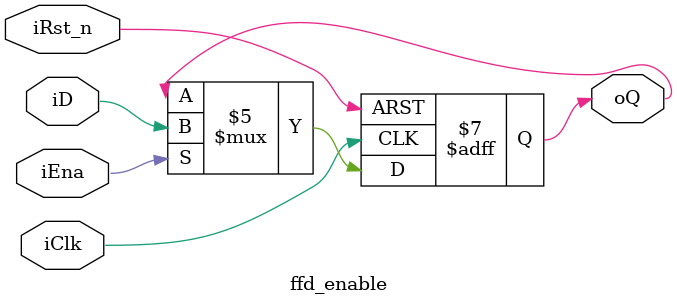
<source format=v>

module ffd_enable
  #(
    parameter RST_VALUE = 0,    //reset value
    parameter WIDTH = 1         //number of FFs required
    )
   
   (
    input iClk,               //clock input
    input iRst_n,             //active low asynch reset
    input iEna,                //active high synch enable
    input [WIDTH-1 : 0] iD,   //input data D
    output reg [WIDTH-1 : 0] oQ    //output data Q
    );


   always @(posedge iClk, negedge iRst_n)
     begin
        if (!iRst_n)
          begin
             oQ <= RST_VALUE;
          end
        else
          begin
             if (iEna == 1'b1)
               oQ <= iD;
             else
               oQ <= oQ;
          end // else: !if(!iRst_n)
     end // always @ (posedge iClk, negedge iRst_n)
   
endmodule // ff_enable

</source>
